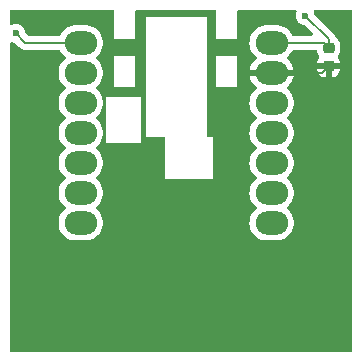
<source format=gtl>
G04 #@! TF.GenerationSoftware,KiCad,Pcbnew,8.0.1*
G04 #@! TF.CreationDate,2024-05-20T20:52:02+02:00*
G04 #@! TF.ProjectId,microled-square,6d696372-6f6c-4656-942d-737175617265,rev?*
G04 #@! TF.SameCoordinates,Original*
G04 #@! TF.FileFunction,Copper,L1,Top*
G04 #@! TF.FilePolarity,Positive*
%FSLAX46Y46*%
G04 Gerber Fmt 4.6, Leading zero omitted, Abs format (unit mm)*
G04 Created by KiCad (PCBNEW 8.0.1) date 2024-05-20 20:52:02*
%MOMM*%
%LPD*%
G01*
G04 APERTURE LIST*
G04 Aperture macros list*
%AMRoundRect*
0 Rectangle with rounded corners*
0 $1 Rounding radius*
0 $2 $3 $4 $5 $6 $7 $8 $9 X,Y pos of 4 corners*
0 Add a 4 corners polygon primitive as box body*
4,1,4,$2,$3,$4,$5,$6,$7,$8,$9,$2,$3,0*
0 Add four circle primitives for the rounded corners*
1,1,$1+$1,$2,$3*
1,1,$1+$1,$4,$5*
1,1,$1+$1,$6,$7*
1,1,$1+$1,$8,$9*
0 Add four rect primitives between the rounded corners*
20,1,$1+$1,$2,$3,$4,$5,0*
20,1,$1+$1,$4,$5,$6,$7,0*
20,1,$1+$1,$6,$7,$8,$9,0*
20,1,$1+$1,$8,$9,$2,$3,0*%
G04 Aperture macros list end*
G04 #@! TA.AperFunction,SMDPad,CuDef*
%ADD10RoundRect,1.000000X-0.375000X-0.000010X0.375000X-0.000010X0.375000X0.000010X-0.375000X0.000010X0*%
G04 #@! TD*
G04 #@! TA.AperFunction,SMDPad,CuDef*
%ADD11RoundRect,0.225000X-0.250000X0.225000X-0.250000X-0.225000X0.250000X-0.225000X0.250000X0.225000X0*%
G04 #@! TD*
G04 #@! TA.AperFunction,ViaPad*
%ADD12C,0.600000*%
G04 #@! TD*
G04 #@! TA.AperFunction,Conductor*
%ADD13C,0.200000*%
G04 #@! TD*
G04 APERTURE END LIST*
D10*
X30000000Y-24800000D03*
X30000000Y-27340000D03*
X30000000Y-29880000D03*
X30000000Y-32420000D03*
X30000000Y-34960000D03*
X30000000Y-37500000D03*
X30000000Y-40040000D03*
X46165000Y-40040000D03*
X46165000Y-37500000D03*
X46165000Y-34960000D03*
X46165000Y-32420000D03*
X46165000Y-29880000D03*
X46165000Y-27340000D03*
X46165000Y-24800000D03*
D11*
X51000000Y-25225000D03*
X51000000Y-26775000D03*
D12*
X47200000Y-50300000D03*
X41000000Y-50300000D03*
X34900000Y-50400000D03*
X28900000Y-50400000D03*
X48200000Y-44600000D03*
X42100000Y-44700000D03*
X35900000Y-44700000D03*
X30000000Y-44700000D03*
X25200000Y-44600000D03*
X49400000Y-38200000D03*
X40500000Y-38000000D03*
X34400000Y-38000000D03*
X26600000Y-38100000D03*
X43400000Y-25200000D03*
X24500000Y-25800000D03*
X32500000Y-25400000D03*
X26300000Y-31900000D03*
X42700000Y-31800000D03*
X50200000Y-31800000D03*
X49000000Y-22500000D03*
X24500000Y-24000000D03*
D13*
X49000000Y-22500000D02*
X51000000Y-24500000D01*
X51000000Y-24500000D02*
X51000000Y-25225000D01*
X46165000Y-24800000D02*
X50575000Y-24800000D01*
X50575000Y-24800000D02*
X51000000Y-25225000D01*
X46165000Y-27340000D02*
X50435000Y-27340000D01*
X50435000Y-27340000D02*
X51000000Y-26775000D01*
X30000000Y-24800000D02*
X25300000Y-24800000D01*
X25300000Y-24800000D02*
X24500000Y-24000000D01*
G04 #@! TA.AperFunction,Conductor*
G36*
X32791039Y-22020185D02*
G01*
X32836794Y-22072989D01*
X32848000Y-22124500D01*
X32848000Y-24505000D01*
X34626000Y-24505000D01*
X34626000Y-22600000D01*
X35515000Y-22600000D01*
X35515000Y-32758000D01*
X37033000Y-32758000D01*
X37100039Y-32777685D01*
X37145794Y-32830489D01*
X37157000Y-32882000D01*
X37157000Y-36370000D01*
X41221000Y-36370000D01*
X41221000Y-32760000D01*
X40846000Y-32760000D01*
X40778961Y-32740315D01*
X40733206Y-32687511D01*
X40722000Y-32636000D01*
X40722000Y-25902000D01*
X41484000Y-25902000D01*
X41484000Y-28569000D01*
X43262000Y-28569000D01*
X43262000Y-25902000D01*
X41484000Y-25902000D01*
X40722000Y-25902000D01*
X40722000Y-22600000D01*
X35515000Y-22600000D01*
X34626000Y-22600000D01*
X34626000Y-22124500D01*
X34645685Y-22057461D01*
X34698489Y-22011706D01*
X34750000Y-22000500D01*
X41360000Y-22000500D01*
X41427039Y-22020185D01*
X41472794Y-22072989D01*
X41484000Y-22124500D01*
X41484000Y-24505000D01*
X43262000Y-24505000D01*
X43262000Y-22124500D01*
X43281685Y-22057461D01*
X43334489Y-22011706D01*
X43386000Y-22000500D01*
X48151928Y-22000500D01*
X48218967Y-22020185D01*
X48264722Y-22072989D01*
X48274666Y-22142147D01*
X48268970Y-22165454D01*
X48214632Y-22320742D01*
X48214630Y-22320750D01*
X48194435Y-22499996D01*
X48194435Y-22500003D01*
X48214630Y-22679249D01*
X48214631Y-22679254D01*
X48274211Y-22849523D01*
X48370184Y-23002262D01*
X48497738Y-23129816D01*
X48650478Y-23225789D01*
X48820745Y-23285368D01*
X48907669Y-23295161D01*
X48972080Y-23322226D01*
X48981465Y-23330700D01*
X49638584Y-23987819D01*
X49672069Y-24049142D01*
X49667085Y-24118834D01*
X49625213Y-24174767D01*
X49559749Y-24199184D01*
X49550903Y-24199500D01*
X47999326Y-24199500D01*
X47932287Y-24179815D01*
X47892803Y-24138974D01*
X47892656Y-24138727D01*
X47765366Y-23925106D01*
X47765363Y-23925103D01*
X47765360Y-23925097D01*
X47604651Y-23735350D01*
X47604649Y-23735348D01*
X47414902Y-23574639D01*
X47285845Y-23497738D01*
X47201273Y-23447344D01*
X47201271Y-23447343D01*
X47201269Y-23447342D01*
X46969625Y-23356953D01*
X46969615Y-23356950D01*
X46726238Y-23305919D01*
X46726235Y-23305918D01*
X46622850Y-23299500D01*
X46622842Y-23299500D01*
X45707158Y-23299500D01*
X45707149Y-23299500D01*
X45603764Y-23305918D01*
X45603761Y-23305919D01*
X45360384Y-23356950D01*
X45360374Y-23356953D01*
X45128730Y-23447342D01*
X44915097Y-23574639D01*
X44725350Y-23735348D01*
X44725348Y-23735350D01*
X44564639Y-23925097D01*
X44437342Y-24138730D01*
X44346953Y-24370374D01*
X44346950Y-24370384D01*
X44295919Y-24613761D01*
X44295918Y-24613764D01*
X44289500Y-24717149D01*
X44289500Y-24882850D01*
X44295918Y-24986235D01*
X44295919Y-24986238D01*
X44346950Y-25229615D01*
X44346953Y-25229625D01*
X44437342Y-25461269D01*
X44437344Y-25461273D01*
X44564634Y-25674894D01*
X44564639Y-25674902D01*
X44725348Y-25864649D01*
X44725349Y-25864650D01*
X44856471Y-25975705D01*
X44894906Y-26034053D01*
X44895693Y-26103918D01*
X44858584Y-26163119D01*
X44856472Y-26164949D01*
X44725702Y-26275707D01*
X44565046Y-26465391D01*
X44437793Y-26678950D01*
X44347435Y-26910517D01*
X44347432Y-26910527D01*
X44309801Y-27090000D01*
X48020198Y-27090000D01*
X48006569Y-27025000D01*
X50025001Y-27025000D01*
X50025001Y-27048322D01*
X50035144Y-27147607D01*
X50088452Y-27308481D01*
X50088457Y-27308492D01*
X50177424Y-27452728D01*
X50177427Y-27452732D01*
X50297267Y-27572572D01*
X50297271Y-27572575D01*
X50441507Y-27661542D01*
X50441518Y-27661547D01*
X50602393Y-27714855D01*
X50701683Y-27724999D01*
X50749999Y-27724998D01*
X50750000Y-27724998D01*
X50750000Y-27025000D01*
X51250000Y-27025000D01*
X51250000Y-27724999D01*
X51298308Y-27724999D01*
X51298322Y-27724998D01*
X51397607Y-27714855D01*
X51558481Y-27661547D01*
X51558492Y-27661542D01*
X51702728Y-27572575D01*
X51702732Y-27572572D01*
X51822572Y-27452732D01*
X51822575Y-27452728D01*
X51911542Y-27308492D01*
X51911547Y-27308481D01*
X51964855Y-27147606D01*
X51974999Y-27048322D01*
X51975000Y-27048309D01*
X51975000Y-27025000D01*
X51250000Y-27025000D01*
X50750000Y-27025000D01*
X50025001Y-27025000D01*
X48006569Y-27025000D01*
X47982567Y-26910527D01*
X47982564Y-26910517D01*
X47892206Y-26678950D01*
X47764953Y-26465391D01*
X47604298Y-26275707D01*
X47473527Y-26164949D01*
X47435093Y-26106600D01*
X47434306Y-26036735D01*
X47471415Y-25977535D01*
X47473463Y-25975760D01*
X47604650Y-25864650D01*
X47658222Y-25801398D01*
X47765360Y-25674902D01*
X47765361Y-25674898D01*
X47765366Y-25674894D01*
X47892656Y-25461273D01*
X47892658Y-25461269D01*
X47892803Y-25461026D01*
X47944030Y-25413512D01*
X47999326Y-25400500D01*
X49902527Y-25400500D01*
X49969566Y-25420185D01*
X50015321Y-25472989D01*
X50025885Y-25511898D01*
X50034651Y-25597708D01*
X50034651Y-25597710D01*
X50087996Y-25758694D01*
X50088001Y-25758705D01*
X50177029Y-25903040D01*
X50177032Y-25903044D01*
X50186660Y-25912672D01*
X50220145Y-25973995D01*
X50215161Y-26043687D01*
X50186663Y-26088031D01*
X50177428Y-26097265D01*
X50177424Y-26097271D01*
X50088457Y-26241507D01*
X50088452Y-26241518D01*
X50035144Y-26402393D01*
X50025000Y-26501677D01*
X50025000Y-26525000D01*
X51974999Y-26525000D01*
X51974999Y-26501692D01*
X51974998Y-26501677D01*
X51964855Y-26402392D01*
X51911547Y-26241518D01*
X51911542Y-26241507D01*
X51822575Y-26097271D01*
X51822572Y-26097267D01*
X51813339Y-26088034D01*
X51779854Y-26026711D01*
X51784838Y-25957019D01*
X51813343Y-25912668D01*
X51822968Y-25903044D01*
X51912003Y-25758697D01*
X51965349Y-25597708D01*
X51975500Y-25498345D01*
X51975499Y-24951656D01*
X51968470Y-24882850D01*
X51965349Y-24852292D01*
X51965348Y-24852289D01*
X51955386Y-24822226D01*
X51912003Y-24691303D01*
X51911999Y-24691297D01*
X51911998Y-24691294D01*
X51822970Y-24546959D01*
X51822969Y-24546958D01*
X51822968Y-24546956D01*
X51703044Y-24427032D01*
X51703043Y-24427031D01*
X51674155Y-24409212D01*
X51624076Y-24378323D01*
X51577353Y-24326377D01*
X51569402Y-24304885D01*
X51559577Y-24268215D01*
X51519904Y-24199500D01*
X51500212Y-24165392D01*
X51480521Y-24131285D01*
X51364385Y-24015149D01*
X51364374Y-24015139D01*
X49830700Y-22481465D01*
X49797215Y-22420142D01*
X49795163Y-22407686D01*
X49785368Y-22320745D01*
X49768571Y-22272744D01*
X49731030Y-22165454D01*
X49727469Y-22095675D01*
X49762198Y-22035048D01*
X49824191Y-22002821D01*
X49848072Y-22000500D01*
X52875500Y-22000500D01*
X52942539Y-22020185D01*
X52988294Y-22072989D01*
X52999500Y-22124500D01*
X52999500Y-50875500D01*
X52979815Y-50942539D01*
X52927011Y-50988294D01*
X52875500Y-50999500D01*
X24124500Y-50999500D01*
X24057461Y-50979815D01*
X24011706Y-50927011D01*
X24000500Y-50875500D01*
X24000500Y-24848071D01*
X24020185Y-24781032D01*
X24072989Y-24735277D01*
X24142147Y-24725333D01*
X24165455Y-24731030D01*
X24320741Y-24785367D01*
X24320742Y-24785367D01*
X24320745Y-24785368D01*
X24407669Y-24795161D01*
X24472080Y-24822226D01*
X24481465Y-24830700D01*
X24815139Y-25164374D01*
X24815149Y-25164385D01*
X24819479Y-25168715D01*
X24819480Y-25168716D01*
X24931284Y-25280520D01*
X25018095Y-25330639D01*
X25018097Y-25330641D01*
X25056151Y-25352611D01*
X25068215Y-25359577D01*
X25220943Y-25400501D01*
X25220946Y-25400501D01*
X25386653Y-25400501D01*
X25386669Y-25400500D01*
X28165674Y-25400500D01*
X28232713Y-25420185D01*
X28272197Y-25461026D01*
X28272342Y-25461269D01*
X28272344Y-25461273D01*
X28353642Y-25597710D01*
X28399639Y-25674902D01*
X28560348Y-25864649D01*
X28560350Y-25864651D01*
X28691084Y-25975378D01*
X28729519Y-26033727D01*
X28730306Y-26103592D01*
X28693197Y-26162792D01*
X28691084Y-26164622D01*
X28560350Y-26275348D01*
X28560348Y-26275350D01*
X28399639Y-26465097D01*
X28272342Y-26678730D01*
X28181953Y-26910374D01*
X28181950Y-26910384D01*
X28130919Y-27153761D01*
X28130918Y-27153764D01*
X28124500Y-27257149D01*
X28124500Y-27422850D01*
X28130918Y-27526235D01*
X28130919Y-27526238D01*
X28181950Y-27769615D01*
X28181953Y-27769625D01*
X28272342Y-28001269D01*
X28399639Y-28214902D01*
X28560348Y-28404649D01*
X28560350Y-28404651D01*
X28691084Y-28515378D01*
X28729519Y-28573727D01*
X28730306Y-28643592D01*
X28693197Y-28702792D01*
X28691084Y-28704622D01*
X28560350Y-28815348D01*
X28560348Y-28815350D01*
X28399639Y-29005097D01*
X28272342Y-29218730D01*
X28181953Y-29450374D01*
X28181950Y-29450384D01*
X28130919Y-29693761D01*
X28130918Y-29693764D01*
X28124500Y-29797149D01*
X28124500Y-29962850D01*
X28130918Y-30066235D01*
X28130919Y-30066238D01*
X28181950Y-30309615D01*
X28181953Y-30309625D01*
X28272342Y-30541269D01*
X28399639Y-30754902D01*
X28560348Y-30944649D01*
X28560350Y-30944651D01*
X28691084Y-31055378D01*
X28729519Y-31113727D01*
X28730306Y-31183592D01*
X28693197Y-31242792D01*
X28691084Y-31244622D01*
X28560350Y-31355348D01*
X28560348Y-31355350D01*
X28399639Y-31545097D01*
X28272342Y-31758730D01*
X28181953Y-31990374D01*
X28181950Y-31990384D01*
X28130919Y-32233761D01*
X28130918Y-32233764D01*
X28124500Y-32337149D01*
X28124500Y-32502850D01*
X28130918Y-32606235D01*
X28130919Y-32606238D01*
X28181950Y-32849615D01*
X28181953Y-32849625D01*
X28272342Y-33081269D01*
X28399639Y-33294902D01*
X28560348Y-33484649D01*
X28560350Y-33484651D01*
X28691084Y-33595378D01*
X28729519Y-33653727D01*
X28730306Y-33723592D01*
X28693197Y-33782792D01*
X28691084Y-33784622D01*
X28560350Y-33895348D01*
X28560348Y-33895350D01*
X28399639Y-34085097D01*
X28272342Y-34298730D01*
X28181953Y-34530374D01*
X28181950Y-34530384D01*
X28130919Y-34773761D01*
X28130918Y-34773764D01*
X28124500Y-34877149D01*
X28124500Y-35042850D01*
X28130918Y-35146235D01*
X28130919Y-35146238D01*
X28181950Y-35389615D01*
X28181953Y-35389625D01*
X28272342Y-35621269D01*
X28399639Y-35834902D01*
X28560348Y-36024649D01*
X28560350Y-36024651D01*
X28691084Y-36135378D01*
X28729519Y-36193727D01*
X28730306Y-36263592D01*
X28693197Y-36322792D01*
X28691084Y-36324622D01*
X28560350Y-36435348D01*
X28560348Y-36435350D01*
X28399639Y-36625097D01*
X28272342Y-36838730D01*
X28181953Y-37070374D01*
X28181950Y-37070384D01*
X28130919Y-37313761D01*
X28130918Y-37313764D01*
X28124500Y-37417149D01*
X28124500Y-37582850D01*
X28130918Y-37686235D01*
X28130919Y-37686238D01*
X28181950Y-37929615D01*
X28181953Y-37929625D01*
X28272342Y-38161269D01*
X28399639Y-38374902D01*
X28560348Y-38564649D01*
X28560350Y-38564651D01*
X28691084Y-38675378D01*
X28729519Y-38733727D01*
X28730306Y-38803592D01*
X28693197Y-38862792D01*
X28691084Y-38864622D01*
X28560350Y-38975348D01*
X28560348Y-38975350D01*
X28399639Y-39165097D01*
X28272342Y-39378730D01*
X28181953Y-39610374D01*
X28181950Y-39610384D01*
X28130919Y-39853761D01*
X28130918Y-39853764D01*
X28124500Y-39957149D01*
X28124500Y-40122850D01*
X28130918Y-40226235D01*
X28130919Y-40226238D01*
X28181950Y-40469615D01*
X28181953Y-40469625D01*
X28272342Y-40701269D01*
X28399639Y-40914902D01*
X28560348Y-41104649D01*
X28560350Y-41104651D01*
X28750097Y-41265360D01*
X28750103Y-41265363D01*
X28750106Y-41265366D01*
X28963727Y-41392656D01*
X28963730Y-41392657D01*
X29195374Y-41483046D01*
X29195381Y-41483048D01*
X29195386Y-41483050D01*
X29438763Y-41534081D01*
X29542158Y-41540500D01*
X29542169Y-41540500D01*
X30457831Y-41540500D01*
X30457842Y-41540500D01*
X30561237Y-41534081D01*
X30804614Y-41483050D01*
X30804621Y-41483046D01*
X30804625Y-41483046D01*
X30883980Y-41452080D01*
X31036273Y-41392656D01*
X31249894Y-41265366D01*
X31249898Y-41265361D01*
X31249902Y-41265360D01*
X31439649Y-41104651D01*
X31439651Y-41104649D01*
X31600360Y-40914902D01*
X31600361Y-40914898D01*
X31600366Y-40914894D01*
X31727656Y-40701273D01*
X31818050Y-40469614D01*
X31869081Y-40226237D01*
X31875500Y-40122850D01*
X44289500Y-40122850D01*
X44295918Y-40226235D01*
X44295919Y-40226238D01*
X44346950Y-40469615D01*
X44346953Y-40469625D01*
X44437342Y-40701269D01*
X44564639Y-40914902D01*
X44725348Y-41104649D01*
X44725350Y-41104651D01*
X44915097Y-41265360D01*
X44915103Y-41265363D01*
X44915106Y-41265366D01*
X45128727Y-41392656D01*
X45128730Y-41392657D01*
X45360374Y-41483046D01*
X45360381Y-41483048D01*
X45360386Y-41483050D01*
X45603763Y-41534081D01*
X45707158Y-41540500D01*
X45707169Y-41540500D01*
X46622831Y-41540500D01*
X46622842Y-41540500D01*
X46726237Y-41534081D01*
X46969614Y-41483050D01*
X46969621Y-41483046D01*
X46969625Y-41483046D01*
X47048980Y-41452080D01*
X47201273Y-41392656D01*
X47414894Y-41265366D01*
X47414898Y-41265361D01*
X47414902Y-41265360D01*
X47604649Y-41104651D01*
X47604651Y-41104649D01*
X47765360Y-40914902D01*
X47765361Y-40914898D01*
X47765366Y-40914894D01*
X47892656Y-40701273D01*
X47983050Y-40469614D01*
X48034081Y-40226237D01*
X48040500Y-40122842D01*
X48040500Y-39957158D01*
X48034081Y-39853763D01*
X47983050Y-39610386D01*
X47983048Y-39610381D01*
X47983046Y-39610374D01*
X47892657Y-39378730D01*
X47892656Y-39378727D01*
X47765366Y-39165106D01*
X47765363Y-39165103D01*
X47765360Y-39165097D01*
X47604651Y-38975350D01*
X47604650Y-38975349D01*
X47473915Y-38864622D01*
X47435480Y-38806274D01*
X47434693Y-38736409D01*
X47471802Y-38677208D01*
X47473915Y-38675378D01*
X47604650Y-38564650D01*
X47604651Y-38564649D01*
X47765360Y-38374902D01*
X47765361Y-38374898D01*
X47765366Y-38374894D01*
X47892656Y-38161273D01*
X47983050Y-37929614D01*
X48034081Y-37686237D01*
X48040500Y-37582842D01*
X48040500Y-37417158D01*
X48034081Y-37313763D01*
X47983050Y-37070386D01*
X47983048Y-37070381D01*
X47983046Y-37070374D01*
X47892657Y-36838730D01*
X47892656Y-36838727D01*
X47765366Y-36625106D01*
X47765363Y-36625103D01*
X47765360Y-36625097D01*
X47604651Y-36435350D01*
X47604650Y-36435349D01*
X47473915Y-36324622D01*
X47435480Y-36266274D01*
X47434693Y-36196409D01*
X47471802Y-36137208D01*
X47473915Y-36135378D01*
X47604650Y-36024650D01*
X47604651Y-36024649D01*
X47765360Y-35834902D01*
X47765361Y-35834898D01*
X47765366Y-35834894D01*
X47892656Y-35621273D01*
X47983050Y-35389614D01*
X48034081Y-35146237D01*
X48040500Y-35042842D01*
X48040500Y-34877158D01*
X48034081Y-34773763D01*
X47983050Y-34530386D01*
X47983048Y-34530381D01*
X47983046Y-34530374D01*
X47892657Y-34298730D01*
X47892656Y-34298727D01*
X47765366Y-34085106D01*
X47765363Y-34085103D01*
X47765360Y-34085097D01*
X47604651Y-33895350D01*
X47604650Y-33895349D01*
X47473915Y-33784622D01*
X47435480Y-33726274D01*
X47434693Y-33656409D01*
X47471802Y-33597208D01*
X47473915Y-33595378D01*
X47604650Y-33484650D01*
X47604651Y-33484649D01*
X47765360Y-33294902D01*
X47765361Y-33294898D01*
X47765366Y-33294894D01*
X47892656Y-33081273D01*
X47983050Y-32849614D01*
X48034081Y-32606237D01*
X48040500Y-32502842D01*
X48040500Y-32337158D01*
X48034081Y-32233763D01*
X47983050Y-31990386D01*
X47983048Y-31990381D01*
X47983046Y-31990374D01*
X47892657Y-31758730D01*
X47892656Y-31758727D01*
X47765366Y-31545106D01*
X47765363Y-31545103D01*
X47765360Y-31545097D01*
X47604651Y-31355350D01*
X47604650Y-31355349D01*
X47473915Y-31244622D01*
X47435480Y-31186274D01*
X47434693Y-31116409D01*
X47471802Y-31057208D01*
X47473915Y-31055378D01*
X47604650Y-30944650D01*
X47604651Y-30944649D01*
X47765360Y-30754902D01*
X47765361Y-30754898D01*
X47765366Y-30754894D01*
X47892656Y-30541273D01*
X47983050Y-30309614D01*
X48034081Y-30066237D01*
X48040500Y-29962842D01*
X48040500Y-29797158D01*
X48034081Y-29693763D01*
X47983050Y-29450386D01*
X47983048Y-29450381D01*
X47983046Y-29450374D01*
X47892657Y-29218730D01*
X47892656Y-29218727D01*
X47765366Y-29005106D01*
X47765363Y-29005103D01*
X47765360Y-29005097D01*
X47604653Y-28815352D01*
X47473527Y-28704293D01*
X47435093Y-28645944D01*
X47434306Y-28576079D01*
X47471416Y-28516879D01*
X47473528Y-28515048D01*
X47604298Y-28404291D01*
X47764953Y-28214608D01*
X47892206Y-28001049D01*
X47982564Y-27769482D01*
X47982567Y-27769472D01*
X48020199Y-27590000D01*
X44309801Y-27590000D01*
X44347432Y-27769472D01*
X44347435Y-27769482D01*
X44437793Y-28001049D01*
X44565046Y-28214608D01*
X44725703Y-28404294D01*
X44725705Y-28404296D01*
X44856471Y-28515050D01*
X44894906Y-28573399D01*
X44895693Y-28643264D01*
X44858584Y-28702464D01*
X44856472Y-28704294D01*
X44725346Y-28815352D01*
X44564639Y-29005097D01*
X44437342Y-29218730D01*
X44346953Y-29450374D01*
X44346950Y-29450384D01*
X44295919Y-29693761D01*
X44295918Y-29693764D01*
X44289500Y-29797149D01*
X44289500Y-29962850D01*
X44295918Y-30066235D01*
X44295919Y-30066238D01*
X44346950Y-30309615D01*
X44346953Y-30309625D01*
X44437342Y-30541269D01*
X44564639Y-30754902D01*
X44725348Y-30944649D01*
X44725350Y-30944651D01*
X44856084Y-31055378D01*
X44894519Y-31113727D01*
X44895306Y-31183592D01*
X44858197Y-31242792D01*
X44856084Y-31244622D01*
X44725350Y-31355348D01*
X44725348Y-31355350D01*
X44564639Y-31545097D01*
X44437342Y-31758730D01*
X44346953Y-31990374D01*
X44346950Y-31990384D01*
X44295919Y-32233761D01*
X44295918Y-32233764D01*
X44289500Y-32337149D01*
X44289500Y-32502850D01*
X44295918Y-32606235D01*
X44295919Y-32606238D01*
X44346950Y-32849615D01*
X44346953Y-32849625D01*
X44437342Y-33081269D01*
X44564639Y-33294902D01*
X44725348Y-33484649D01*
X44725350Y-33484651D01*
X44856084Y-33595378D01*
X44894519Y-33653727D01*
X44895306Y-33723592D01*
X44858197Y-33782792D01*
X44856084Y-33784622D01*
X44725350Y-33895348D01*
X44725348Y-33895350D01*
X44564639Y-34085097D01*
X44437342Y-34298730D01*
X44346953Y-34530374D01*
X44346950Y-34530384D01*
X44295919Y-34773761D01*
X44295918Y-34773764D01*
X44289500Y-34877149D01*
X44289500Y-35042850D01*
X44295918Y-35146235D01*
X44295919Y-35146238D01*
X44346950Y-35389615D01*
X44346953Y-35389625D01*
X44437342Y-35621269D01*
X44564639Y-35834902D01*
X44725348Y-36024649D01*
X44725350Y-36024651D01*
X44856084Y-36135378D01*
X44894519Y-36193727D01*
X44895306Y-36263592D01*
X44858197Y-36322792D01*
X44856084Y-36324622D01*
X44725350Y-36435348D01*
X44725348Y-36435350D01*
X44564639Y-36625097D01*
X44437342Y-36838730D01*
X44346953Y-37070374D01*
X44346950Y-37070384D01*
X44295919Y-37313761D01*
X44295918Y-37313764D01*
X44289500Y-37417149D01*
X44289500Y-37582850D01*
X44295918Y-37686235D01*
X44295919Y-37686238D01*
X44346950Y-37929615D01*
X44346953Y-37929625D01*
X44437342Y-38161269D01*
X44564639Y-38374902D01*
X44725348Y-38564649D01*
X44725350Y-38564651D01*
X44856084Y-38675378D01*
X44894519Y-38733727D01*
X44895306Y-38803592D01*
X44858197Y-38862792D01*
X44856084Y-38864622D01*
X44725350Y-38975348D01*
X44725348Y-38975350D01*
X44564639Y-39165097D01*
X44437342Y-39378730D01*
X44346953Y-39610374D01*
X44346950Y-39610384D01*
X44295919Y-39853761D01*
X44295918Y-39853764D01*
X44289500Y-39957149D01*
X44289500Y-40122850D01*
X31875500Y-40122850D01*
X31875500Y-40122842D01*
X31875500Y-39957158D01*
X31869081Y-39853763D01*
X31818050Y-39610386D01*
X31818048Y-39610381D01*
X31818046Y-39610374D01*
X31727657Y-39378730D01*
X31727656Y-39378727D01*
X31600366Y-39165106D01*
X31600363Y-39165103D01*
X31600360Y-39165097D01*
X31439651Y-38975350D01*
X31439650Y-38975349D01*
X31308915Y-38864622D01*
X31270480Y-38806274D01*
X31269693Y-38736409D01*
X31306802Y-38677208D01*
X31308915Y-38675378D01*
X31439650Y-38564650D01*
X31439651Y-38564649D01*
X31600360Y-38374902D01*
X31600361Y-38374898D01*
X31600366Y-38374894D01*
X31727656Y-38161273D01*
X31818050Y-37929614D01*
X31869081Y-37686237D01*
X31875500Y-37582842D01*
X31875500Y-37417158D01*
X31869081Y-37313763D01*
X31818050Y-37070386D01*
X31818048Y-37070381D01*
X31818046Y-37070374D01*
X31727657Y-36838730D01*
X31727656Y-36838727D01*
X31600366Y-36625106D01*
X31600363Y-36625103D01*
X31600360Y-36625097D01*
X31439651Y-36435350D01*
X31439650Y-36435349D01*
X31308915Y-36324622D01*
X31270480Y-36266274D01*
X31269693Y-36196409D01*
X31306802Y-36137208D01*
X31308915Y-36135378D01*
X31439650Y-36024650D01*
X31439651Y-36024649D01*
X31600360Y-35834902D01*
X31600361Y-35834898D01*
X31600366Y-35834894D01*
X31727656Y-35621273D01*
X31818050Y-35389614D01*
X31869081Y-35146237D01*
X31875500Y-35042842D01*
X31875500Y-34877158D01*
X31869081Y-34773763D01*
X31818050Y-34530386D01*
X31818048Y-34530381D01*
X31818046Y-34530374D01*
X31727657Y-34298730D01*
X31727656Y-34298727D01*
X31600366Y-34085106D01*
X31600363Y-34085103D01*
X31600360Y-34085097D01*
X31439651Y-33895350D01*
X31439650Y-33895349D01*
X31308915Y-33784622D01*
X31270480Y-33726274D01*
X31269693Y-33656409D01*
X31306802Y-33597208D01*
X31308915Y-33595378D01*
X31439650Y-33484650D01*
X31439651Y-33484649D01*
X31600360Y-33294902D01*
X31600361Y-33294898D01*
X31600366Y-33294894D01*
X31727656Y-33081273D01*
X31818050Y-32849614D01*
X31869081Y-32606237D01*
X31875500Y-32502842D01*
X31875500Y-32337158D01*
X31869081Y-32233763D01*
X31818050Y-31990386D01*
X31818048Y-31990381D01*
X31818046Y-31990374D01*
X31727657Y-31758730D01*
X31727656Y-31758727D01*
X31600366Y-31545106D01*
X31600363Y-31545103D01*
X31600360Y-31545097D01*
X31439651Y-31355350D01*
X31439650Y-31355349D01*
X31308915Y-31244622D01*
X31270480Y-31186274D01*
X31269693Y-31116409D01*
X31306802Y-31057208D01*
X31308915Y-31055378D01*
X31439650Y-30944650D01*
X31439651Y-30944649D01*
X31600360Y-30754902D01*
X31600361Y-30754898D01*
X31600366Y-30754894D01*
X31727656Y-30541273D01*
X31818050Y-30309614D01*
X31869081Y-30066237D01*
X31875500Y-29962842D01*
X31875500Y-29797158D01*
X31869081Y-29693763D01*
X31818050Y-29450386D01*
X31818048Y-29450381D01*
X31818046Y-29450374D01*
X31791951Y-29383500D01*
X32149500Y-29383500D01*
X32149500Y-33288500D01*
X35070500Y-33288500D01*
X35070500Y-29383500D01*
X32149500Y-29383500D01*
X31791951Y-29383500D01*
X31727657Y-29218730D01*
X31727656Y-29218727D01*
X31600366Y-29005106D01*
X31600363Y-29005103D01*
X31600360Y-29005097D01*
X31439651Y-28815350D01*
X31439650Y-28815349D01*
X31308915Y-28704622D01*
X31270480Y-28646274D01*
X31269693Y-28576409D01*
X31306802Y-28517208D01*
X31308915Y-28515378D01*
X31439650Y-28404650D01*
X31439651Y-28404649D01*
X31600360Y-28214902D01*
X31600361Y-28214898D01*
X31600366Y-28214894D01*
X31727656Y-28001273D01*
X31818050Y-27769614D01*
X31869081Y-27526237D01*
X31875500Y-27422842D01*
X31875500Y-27257158D01*
X31869081Y-27153763D01*
X31818050Y-26910386D01*
X31818048Y-26910381D01*
X31818046Y-26910374D01*
X31727657Y-26678730D01*
X31727656Y-26678727D01*
X31600366Y-26465106D01*
X31600363Y-26465103D01*
X31600360Y-26465097D01*
X31439651Y-26275350D01*
X31439650Y-26275349D01*
X31308915Y-26164622D01*
X31270480Y-26106274D01*
X31269693Y-26036409D01*
X31306802Y-25977208D01*
X31308915Y-25975378D01*
X31395551Y-25902000D01*
X32848000Y-25902000D01*
X32848000Y-28569000D01*
X34626000Y-28569000D01*
X34626000Y-25902000D01*
X32848000Y-25902000D01*
X31395551Y-25902000D01*
X31439650Y-25864650D01*
X31439651Y-25864649D01*
X31600360Y-25674902D01*
X31600361Y-25674898D01*
X31600366Y-25674894D01*
X31727656Y-25461273D01*
X31818050Y-25229614D01*
X31869081Y-24986237D01*
X31875500Y-24882842D01*
X31875500Y-24717158D01*
X31869081Y-24613763D01*
X31818050Y-24370386D01*
X31818048Y-24370381D01*
X31818046Y-24370374D01*
X31727657Y-24138730D01*
X31727656Y-24138727D01*
X31600366Y-23925106D01*
X31600363Y-23925103D01*
X31600360Y-23925097D01*
X31439651Y-23735350D01*
X31439649Y-23735348D01*
X31249902Y-23574639D01*
X31120845Y-23497738D01*
X31036273Y-23447344D01*
X31036271Y-23447343D01*
X31036269Y-23447342D01*
X30804625Y-23356953D01*
X30804615Y-23356950D01*
X30561238Y-23305919D01*
X30561235Y-23305918D01*
X30457850Y-23299500D01*
X30457842Y-23299500D01*
X29542158Y-23299500D01*
X29542149Y-23299500D01*
X29438764Y-23305918D01*
X29438761Y-23305919D01*
X29195384Y-23356950D01*
X29195374Y-23356953D01*
X28963730Y-23447342D01*
X28750097Y-23574639D01*
X28560350Y-23735348D01*
X28560348Y-23735350D01*
X28399639Y-23925097D01*
X28325725Y-24049142D01*
X28276779Y-24131285D01*
X28272197Y-24138974D01*
X28220970Y-24186488D01*
X28165674Y-24199500D01*
X25600097Y-24199500D01*
X25533058Y-24179815D01*
X25512416Y-24163181D01*
X25330700Y-23981465D01*
X25297215Y-23920142D01*
X25295163Y-23907686D01*
X25285368Y-23820745D01*
X25225789Y-23650478D01*
X25129816Y-23497738D01*
X25002262Y-23370184D01*
X24939424Y-23330700D01*
X24849523Y-23274211D01*
X24679254Y-23214631D01*
X24679249Y-23214630D01*
X24500004Y-23194435D01*
X24499996Y-23194435D01*
X24320750Y-23214630D01*
X24320742Y-23214632D01*
X24165454Y-23268970D01*
X24095676Y-23272531D01*
X24035048Y-23237802D01*
X24002821Y-23175809D01*
X24000500Y-23151928D01*
X24000500Y-22124500D01*
X24020185Y-22057461D01*
X24072989Y-22011706D01*
X24124500Y-22000500D01*
X32724000Y-22000500D01*
X32791039Y-22020185D01*
G37*
G04 #@! TD.AperFunction*
M02*

</source>
